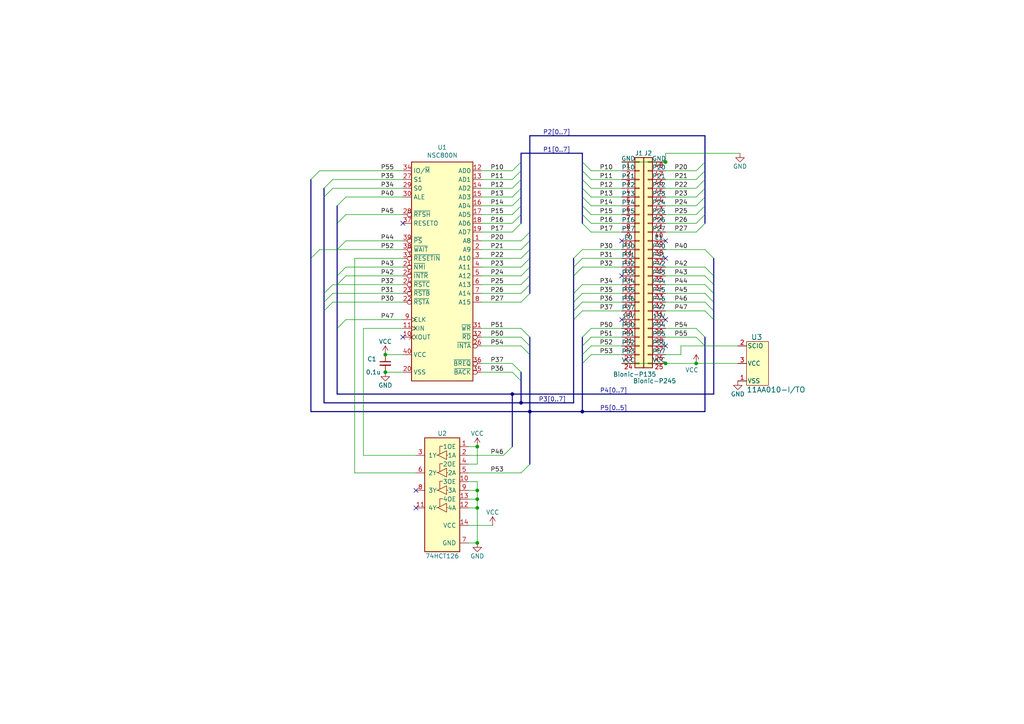
<source format=kicad_sch>
(kicad_sch (version 20230121) (generator eeschema)
  (paper "A4")
  (title_block (title "BionicNSC800") (date "2022-01-18") (rev "1") (company "Tadashi G. Takaoka"))
  (lib_symbols
    (symbol "0-LocalLibrary:11AA010-I_TO" (pin_names (offset 0.254))
      (property "Reference" "U" (at 2.54 1.27 0))
      (property "Value" "11AA010-I/TO" (at 3.81 -13.97 0))
      (symbol "11AA010-I_TO_1_1"
        (rectangle (start 0 0) (end 6.35 -12.7) (fill (type background)))
        (pin power_in line (at -2.54 -11.43 0) (length 2.54) (name "VSS") (number "1"))
        (pin bidirectional line (at -2.54 -1.27 0) (length 2.54) (name "SCIO") (number "2"))
        (pin power_in line (at -2.54 -6.35 0) (length 2.54) (name "VCC") (number "3"))
      )
    )
    (symbol "0-LocalLibrary:74HCT126" (pin_names (offset 1.016))
      (property "Reference" "U" (at 0 16.51 0))
      (property "Value" "74HCT126" (at 0 -19.05 0))
      (symbol "74HCT126_0_1"
        (polyline (pts (xy -1.2954 10.2108) (xy -1.6002 10.2108)))
        (polyline (pts (xy 1.2954 10.2362) (xy 1.651 10.2362)))
        (polyline (pts (xy 0.7112 10.5664) (xy 0.7112 12.827) (xy -0.127 12.827) (xy -0.1016 12.827)))
      )
      (symbol "74HCT126_1_0"
        (polyline (pts (xy 1.27 10.2362) (xy -1.27 11.5062) (xy -1.27 8.9662) (xy 1.27 10.2362)) (stroke (width 0.1524)))
        (pin input line (at -7.62 12.7 0) (length 2.54) (name "1OE") (number "1"))
        (pin input line (at -7.62 2.54 0) (length 2.54) (name "3OE") (number "10"))
        (pin tri_state line (at 7.62 -5.08 180) (length 2.54) (name "4Y") (number "11"))
        (pin input line (at -7.62 -5.08 0) (length 2.54) (name "4A") (number "12"))
        (pin input line (at -7.62 -2.54 0) (length 2.54) (name "4OE") (number "13"))
        (pin power_in line (at -7.62 -10.16 0) (length 2.54) (name "VCC") (number "14"))
        (pin input line (at -7.62 10.16 0) (length 2.54) (name "1A") (number "2"))
        (pin tri_state line (at 7.62 10.16 180) (length 2.54) (name "1Y") (number "3"))
        (pin input line (at -7.62 7.62 0) (length 2.54) (name "2OE") (number "4"))
        (pin input line (at -7.62 5.08 0) (length 2.54) (name "2A") (number "5"))
        (pin tri_state line (at 7.62 5.08 180) (length 2.54) (name "2Y") (number "6"))
        (pin power_in line (at -7.62 -15.24 0) (length 2.54) (name "GND") (number "7"))
        (pin tri_state line (at 7.62 0 180) (length 2.54) (name "3Y") (number "8"))
        (pin input line (at -7.62 0 0) (length 2.54) (name "3A") (number "9"))
      )
      (symbol "74HCT126_1_1"
        (rectangle (start -5.08 15.24) (end 5.08 -17.78) (stroke (width 0.254)) (fill (type background)))
        (polyline (pts (xy -1.2954 -5.0292) (xy -1.6002 -5.0292)))
        (polyline (pts (xy -1.2954 0.0508) (xy -1.6002 0.0508)))
        (polyline (pts (xy -1.2954 5.1308) (xy -1.6002 5.1308)))
        (polyline (pts (xy 1.2954 -5.0038) (xy 1.651 -5.0038)))
        (polyline (pts (xy 1.2954 0.0762) (xy 1.651 0.0762)))
        (polyline (pts (xy 1.2954 5.1562) (xy 1.651 5.1562)))
        (polyline (pts (xy 0.7112 -4.6736) (xy 0.7112 -2.413) (xy -0.127 -2.413) (xy -0.1016 -2.413)))
        (polyline (pts (xy 0.7112 0.4064) (xy 0.7112 2.667) (xy -0.127 2.667) (xy -0.1016 2.667)))
        (polyline (pts (xy 0.7112 5.4864) (xy 0.7112 7.747) (xy -0.127 7.747) (xy -0.1016 7.747)))
        (polyline (pts (xy 1.27 -5.0038) (xy -1.27 -3.7338) (xy -1.27 -6.2738) (xy 1.27 -5.0038)) (stroke (width 0.1524)))
        (polyline (pts (xy 1.27 0.0762) (xy -1.27 1.3462) (xy -1.27 -1.1938) (xy 1.27 0.0762)) (stroke (width 0.1524)))
        (polyline (pts (xy 1.27 5.1562) (xy -1.27 6.4262) (xy -1.27 3.8862) (xy 1.27 5.1562)) (stroke (width 0.1524)))
      )
    )
    (symbol "0-LocalLibrary:Bionic-P135" (pin_names (offset 0))
      (property "Reference" "J" (at 0 30.48 0))
      (property "Value" "Bionic-P135" (at -1.27 -33.02 0))
      (symbol "Bionic-P135_1_1"
        (rectangle (start -1.27 -30.353) (end 0 -30.607) (stroke (width 0.1524)))
        (rectangle (start -1.27 -27.813) (end 0 -28.067) (stroke (width 0.1524)))
        (rectangle (start -1.27 -25.273) (end 0 -25.527) (stroke (width 0.1524)))
        (rectangle (start -1.27 -22.733) (end 0 -22.987) (stroke (width 0.1524)))
        (rectangle (start -1.27 -20.193) (end 0 -20.447) (stroke (width 0.1524)))
        (rectangle (start -1.27 -17.653) (end 0 -17.907) (stroke (width 0.1524)))
        (rectangle (start -1.27 -15.113) (end 0 -15.367) (stroke (width 0.1524)))
        (rectangle (start -1.27 -12.573) (end 0 -12.827) (stroke (width 0.1524)))
        (rectangle (start -1.27 -10.033) (end 0 -10.287) (stroke (width 0.1524)))
        (rectangle (start -1.27 -7.493) (end 0 -7.747) (stroke (width 0.1524)))
        (rectangle (start -1.27 -4.953) (end 0 -5.207) (stroke (width 0.1524)))
        (rectangle (start -1.27 -2.413) (end 0 -2.667) (stroke (width 0.1524)))
        (rectangle (start -1.27 0.127) (end 0 -0.127) (stroke (width 0.1524)))
        (rectangle (start -1.27 2.667) (end 0 2.413) (stroke (width 0.1524)))
        (rectangle (start -1.27 5.207) (end 0 4.953) (stroke (width 0.1524)))
        (rectangle (start -1.27 7.747) (end 0 7.493) (stroke (width 0.1524)))
        (rectangle (start -1.27 10.287) (end 0 10.033) (stroke (width 0.1524)))
        (rectangle (start -1.27 12.827) (end 0 12.573) (stroke (width 0.1524)))
        (rectangle (start -1.27 15.367) (end 0 15.113) (stroke (width 0.1524)))
        (rectangle (start -1.27 17.907) (end 0 17.653) (stroke (width 0.1524)))
        (rectangle (start -1.27 20.447) (end 0 20.193) (stroke (width 0.1524)))
        (rectangle (start -1.27 22.987) (end 0 22.733) (stroke (width 0.1524)))
        (rectangle (start -1.27 25.527) (end 0 25.273) (stroke (width 0.1524)))
        (rectangle (start -1.27 28.067) (end 0 27.813) (stroke (width 0.1524)))
        (rectangle (start -1.27 29.21) (end 1.27 -31.75) (stroke (width 0.254)) (fill (type background)))
        (pin power_out line (at -5.08 27.94 0) (length 3.81) (name "GND") (number "1"))
        (pin bidirectional line (at -5.08 5.08 0) (length 3.81) (name "E0") (number "10"))
        (pin bidirectional line (at -5.08 2.54 0) (length 3.81) (name "P30") (number "11"))
        (pin bidirectional line (at -5.08 0 0) (length 3.81) (name "P31") (number "12"))
        (pin bidirectional line (at -5.08 -2.54 0) (length 3.81) (name "P32") (number "13"))
        (pin bidirectional line (at -5.08 -5.08 0) (length 3.81) (name "P33") (number "14"))
        (pin bidirectional line (at -5.08 -7.62 0) (length 3.81) (name "P34") (number "15"))
        (pin bidirectional line (at -5.08 -10.16 0) (length 3.81) (name "P35") (number "16"))
        (pin bidirectional line (at -5.08 -12.7 0) (length 3.81) (name "P36") (number "17"))
        (pin bidirectional line (at -5.08 -15.24 0) (length 3.81) (name "P37") (number "18"))
        (pin power_out line (at -5.08 -17.78 0) (length 3.81) (name "15V") (number "19"))
        (pin bidirectional line (at -5.08 25.4 0) (length 3.81) (name "P10") (number "2"))
        (pin bidirectional line (at -5.08 -20.32 0) (length 3.81) (name "P50") (number "20"))
        (pin bidirectional line (at -5.08 -22.86 0) (length 3.81) (name "P51") (number "21"))
        (pin bidirectional line (at -5.08 -25.4 0) (length 3.81) (name "P52") (number "22"))
        (pin bidirectional line (at -5.08 -27.94 0) (length 3.81) (name "P53") (number "23"))
        (pin power_out line (at -5.08 -30.48 0) (length 3.81) (name "VCC") (number "24"))
        (pin bidirectional line (at -5.08 22.86 0) (length 3.81) (name "P11") (number "3"))
        (pin bidirectional line (at -5.08 20.32 0) (length 3.81) (name "P12") (number "4"))
        (pin bidirectional line (at -5.08 17.78 0) (length 3.81) (name "P13") (number "5"))
        (pin bidirectional line (at -5.08 15.24 0) (length 3.81) (name "P14") (number "6"))
        (pin bidirectional line (at -5.08 12.7 0) (length 3.81) (name "P15") (number "7"))
        (pin bidirectional line (at -5.08 10.16 0) (length 3.81) (name "P16") (number "8"))
        (pin bidirectional line (at -5.08 7.62 0) (length 3.81) (name "P17") (number "9"))
      )
    )
    (symbol "0-LocalLibrary:Bionic-P245" (pin_names (offset 0))
      (property "Reference" "J" (at -3.81 30.48 0))
      (property "Value" "Bionic-P245" (at -1.27 -33.02 0))
      (symbol "Bionic-P245_1_1"
        (rectangle (start -5.08 -31.75) (end -2.54 29.21) (stroke (width 0.254)) (fill (type background)))
        (rectangle (start -3.81 -30.607) (end -2.54 -30.353) (stroke (width 0.1524)))
        (rectangle (start -3.81 -28.067) (end -2.54 -27.813) (stroke (width 0.1524)))
        (rectangle (start -3.81 -25.527) (end -2.54 -25.273) (stroke (width 0.1524)))
        (rectangle (start -3.81 -22.987) (end -2.54 -22.733) (stroke (width 0.1524)))
        (rectangle (start -3.81 -20.447) (end -2.54 -20.193) (stroke (width 0.1524)))
        (rectangle (start -3.81 -17.907) (end -2.54 -17.653) (stroke (width 0.1524)))
        (rectangle (start -3.81 -15.367) (end -2.54 -15.113) (stroke (width 0.1524)))
        (rectangle (start -3.81 -12.827) (end -2.54 -12.573) (stroke (width 0.1524)))
        (rectangle (start -3.81 -10.287) (end -2.54 -10.033) (stroke (width 0.1524)))
        (rectangle (start -3.81 -7.747) (end -2.54 -7.493) (stroke (width 0.1524)))
        (rectangle (start -3.81 -5.207) (end -2.54 -4.953) (stroke (width 0.1524)))
        (rectangle (start -3.81 -2.667) (end -2.54 -2.413) (stroke (width 0.1524)))
        (rectangle (start -3.81 -0.127) (end -2.54 0.127) (stroke (width 0.1524)))
        (rectangle (start -3.81 2.413) (end -2.54 2.667) (stroke (width 0.1524)))
        (rectangle (start -3.81 4.953) (end -2.54 5.207) (stroke (width 0.1524)))
        (rectangle (start -3.81 7.493) (end -2.54 7.747) (stroke (width 0.1524)))
        (rectangle (start -3.81 10.033) (end -2.54 10.287) (stroke (width 0.1524)))
        (rectangle (start -3.81 12.573) (end -2.54 12.827) (stroke (width 0.1524)))
        (rectangle (start -3.81 15.113) (end -2.54 15.367) (stroke (width 0.1524)))
        (rectangle (start -3.81 17.653) (end -2.54 17.907) (stroke (width 0.1524)))
        (rectangle (start -3.81 20.193) (end -2.54 20.447) (stroke (width 0.1524)))
        (rectangle (start -3.81 22.733) (end -2.54 22.987) (stroke (width 0.1524)))
        (rectangle (start -3.81 25.273) (end -2.54 25.527) (stroke (width 0.1524)))
        (rectangle (start -3.81 27.813) (end -2.54 28.067) (stroke (width 0.1524)))
        (pin power_in line (at 1.27 -30.48 180) (length 3.81) (name "VCC") (number "25"))
        (pin bidirectional line (at 1.27 -27.94 180) (length 3.81) (name "P57") (number "26"))
        (pin bidirectional line (at 1.27 -25.4 180) (length 3.81) (name "P56") (number "27"))
        (pin bidirectional line (at 1.27 -22.86 180) (length 3.81) (name "P55") (number "28"))
        (pin bidirectional line (at 1.27 -20.32 180) (length 3.81) (name "P54") (number "29"))
        (pin power_in line (at 1.27 -17.78 180) (length 3.81) (name "15V") (number "30"))
        (pin bidirectional line (at 1.27 -15.24 180) (length 3.81) (name "P47") (number "31"))
        (pin bidirectional line (at 1.27 -12.7 180) (length 3.81) (name "P46") (number "32"))
        (pin bidirectional line (at 1.27 -10.16 180) (length 3.81) (name "P45") (number "33"))
        (pin bidirectional line (at 1.27 -7.62 180) (length 3.81) (name "P44") (number "34"))
        (pin bidirectional line (at 1.27 -5.08 180) (length 3.81) (name "P43") (number "35"))
        (pin bidirectional line (at 1.27 -2.54 180) (length 3.81) (name "P42") (number "36"))
        (pin bidirectional line (at 1.27 0 180) (length 3.81) (name "P41") (number "37"))
        (pin bidirectional line (at 1.27 2.54 180) (length 3.81) (name "P40") (number "38"))
        (pin bidirectional line (at 1.27 5.08 180) (length 3.81) (name "E1") (number "39"))
        (pin bidirectional line (at 1.27 7.62 180) (length 3.81) (name "P27") (number "40"))
        (pin bidirectional line (at 1.27 10.16 180) (length 3.81) (name "P26") (number "41"))
        (pin bidirectional line (at 1.27 12.7 180) (length 3.81) (name "P25") (number "42"))
        (pin bidirectional line (at 1.27 15.24 180) (length 3.81) (name "P24") (number "43"))
        (pin bidirectional line (at 1.27 17.78 180) (length 3.81) (name "P23") (number "44"))
        (pin bidirectional line (at 1.27 20.32 180) (length 3.81) (name "P22") (number "45"))
        (pin bidirectional line (at 1.27 22.86 180) (length 3.81) (name "P21") (number "46"))
        (pin bidirectional line (at 1.27 25.4 180) (length 3.81) (name "P20") (number "47"))
        (pin power_in line (at 1.27 27.94 180) (length 3.81) (name "GND") (number "48"))
      )
    )
    (symbol "0-LocalLibrary:NSC800N"
      (property "Reference" "U" (at -1.27 31.75 0))
      (property "Value" "NSC800N" (at 0 -3.81 90))
      (symbol "NSC800N_0_1"
        (rectangle (start -8.89 -33.02) (end 8.89 30.48) (stroke (width 0.254)) (fill (type background)))
      )
      (symbol "NSC800N_1_1"
        (pin output line (at 11.43 7.62 180) (length 2.54) (name "A8") (number "1"))
        (pin input non_logic (at -11.43 -20.32 0) (length 2.54) (name "XOUT") (number "10"))
        (pin input clock (at -11.43 -17.78 0) (length 2.54) (name "XIN") (number "11"))
        (pin bidirectional line (at 11.43 27.94 180) (length 2.54) (name "AD0") (number "12"))
        (pin bidirectional line (at 11.43 25.4 180) (length 2.54) (name "AD1") (number "13"))
        (pin bidirectional line (at 11.43 22.86 180) (length 2.54) (name "AD2") (number "14"))
        (pin bidirectional line (at 11.43 20.32 180) (length 2.54) (name "AD3") (number "15"))
        (pin bidirectional line (at 11.43 17.78 180) (length 2.54) (name "AD4") (number "16"))
        (pin bidirectional line (at 11.43 15.24 180) (length 2.54) (name "AD5") (number "17"))
        (pin bidirectional line (at 11.43 12.7 180) (length 2.54) (name "AD6") (number "18"))
        (pin bidirectional line (at 11.43 10.16 180) (length 2.54) (name "AD7") (number "19"))
        (pin output line (at 11.43 5.08 180) (length 2.54) (name "A9") (number "2"))
        (pin power_in line (at -11.43 -30.48 0) (length 2.54) (name "VSS") (number "20"))
        (pin input inverted (at -11.43 0 0) (length 2.54) (name "~{NMI}") (number "21"))
        (pin input inverted (at -11.43 -10.16 0) (length 2.54) (name "~{RSTA}") (number "22"))
        (pin input inverted (at -11.43 -7.62 0) (length 2.54) (name "~{RSTB}") (number "23"))
        (pin input inverted (at -11.43 -5.08 0) (length 2.54) (name "~{RSTC}") (number "24"))
        (pin input inverted (at -11.43 -2.54 0) (length 2.54) (name "~{INTR}") (number "25"))
        (pin output inverted (at 11.43 -22.86 180) (length 2.54) (name "~{INTA}") (number "26"))
        (pin output line (at -11.43 25.4 0) (length 2.54) (name "S1") (number "27"))
        (pin output inverted (at -11.43 15.24 0) (length 2.54) (name "~{RFSH}") (number "28"))
        (pin output line (at -11.43 22.86 0) (length 2.54) (name "S0") (number "29"))
        (pin output line (at 11.43 2.54 180) (length 2.54) (name "A10") (number "3"))
        (pin output line (at -11.43 20.32 0) (length 2.54) (name "ALE") (number "30"))
        (pin output line (at 11.43 -17.78 180) (length 2.54) (name "~{WR}") (number "31"))
        (pin output inverted (at 11.43 -20.32 180) (length 2.54) (name "~{RD}") (number "32"))
        (pin input inverted (at -11.43 2.54 0) (length 2.54) (name "~{RESETIN}") (number "33"))
        (pin output line (at -11.43 27.94 0) (length 2.54) (name "IO/~{M}") (number "34"))
        (pin output inverted (at 11.43 -30.48 180) (length 2.54) (name "~{BACK}") (number "35"))
        (pin input inverted (at 11.43 -27.94 180) (length 2.54) (name "~{BREQ}") (number "36"))
        (pin output line (at -11.43 12.7 0) (length 2.54) (name "RESETO") (number "37"))
        (pin input inverted (at -11.43 5.08 0) (length 2.54) (name "~{WAIT}") (number "38"))
        (pin input inverted (at -11.43 7.62 0) (length 2.54) (name "~{PS}") (number "39"))
        (pin output line (at 11.43 0 180) (length 2.54) (name "A11") (number "4"))
        (pin power_in line (at -11.43 -25.4 0) (length 2.54) (name "VCC") (number "40"))
        (pin output line (at 11.43 -2.54 180) (length 2.54) (name "A12") (number "5"))
        (pin output line (at 11.43 -5.08 180) (length 2.54) (name "A13") (number "6"))
        (pin output line (at 11.43 -7.62 180) (length 2.54) (name "A14") (number "7"))
        (pin output line (at 11.43 -10.16 180) (length 2.54) (name "A15") (number "8"))
        (pin output clock (at -11.43 -15.24 0) (length 2.54) (name "CLK") (number "9"))
      )
    )
    (symbol "Device:C_Small" (pin_numbers hide) (pin_names (offset 0.254) hide)
      (property "Reference" "C" (at 0.254 1.778 0))
      (property "Value" "C_Small" (at 0.254 -2.032 0))
      (symbol "C_Small_0_1"
        (polyline (pts (xy -1.524 -0.508) (xy 1.524 -0.508)) (stroke (width 0.3302)))
        (polyline (pts (xy -1.524 0.508) (xy 1.524 0.508)) (stroke (width 0.3048)))
      )
      (symbol "C_Small_1_1"
        (pin passive line (at 0 2.54 270) (length 2.032) (name "~") (number "1"))
        (pin passive line (at 0 -2.54 90) (length 2.032) (name "~") (number "2"))
      )
    )
    (symbol "power:GND" (power) (pin_names (offset 0))
      (property "Value" "GND" (at 0 -3.81 0))
      (symbol "GND_0_1"
        (polyline (pts (xy 0 0) (xy 0 -1.27) (xy 1.27 -1.27) (xy 0 -2.54) (xy -1.27 -1.27) (xy 0 -1.27)))
      )
      (symbol "GND_1_1"
        (pin power_in line (at 0 0 270) (length 0) hide (name "GND") (number "1"))
      )
    )
    (symbol "power:VCC" (power) (pin_names (offset 0))
      (property "Value" "VCC" (at 0 3.81 0))
      (symbol "VCC_0_1"
        (polyline (pts (xy -0.762 1.27) (xy 0 2.54)))
        (polyline (pts (xy 0 0) (xy 0 2.54)))
        (polyline (pts (xy 0 2.54) (xy 0.762 1.27)))
      )
      (symbol "VCC_1_1"
        (pin power_in line (at 0 0 90) (length 0) hide (name "VCC") (number "1"))
      )
    )
  )
  (junction (at 138.43 144.78))
  (junction (at 111.76 102.87))
  (junction (at 193.04 46.99))
  (junction (at 138.43 129.54))
  (junction (at 193.04 105.41))
  (junction (at 138.43 147.32))
  (junction (at 148.59 114.3))
  (junction (at 153.67 119.38))
  (junction (at 111.76 107.95))
  (junction (at 201.93 105.41))
  (junction (at 168.91 119.38))
  (junction (at 138.43 142.24))
  (junction (at 138.43 157.48))
  (junction (at 151.13 116.84))
  (no_connect (at 180.34 80.01))
  (no_connect (at 116.84 97.79))
  (no_connect (at 193.04 74.93))
  (no_connect (at 193.04 100.33))
  (no_connect (at 180.34 92.71))
  (no_connect (at 116.84 64.77))
  (no_connect (at 120.65 142.24))
  (no_connect (at 120.65 147.32))
  (no_connect (at 193.04 92.71))
  (no_connect (at 180.34 69.85))
  (no_connect (at 193.04 69.85))
  (bus_entry (at 204.47 85.09) (size 2.54 2.54))
  (bus_entry (at 148.59 54.61) (size 2.54 -2.54))
  (bus_entry (at 171.45 49.53) (size -2.54 -2.54))
  (bus_entry (at 97.79 80.01) (size 2.54 -2.54))
  (bus_entry (at 148.59 59.69) (size 2.54 -2.54))
  (bus_entry (at 204.47 57.15) (size -2.54 2.54))
  (bus_entry (at 151.13 97.79) (size 2.54 2.54))
  (bus_entry (at 168.91 82.55) (size -2.54 2.54))
  (bus_entry (at 168.91 90.17) (size -2.54 2.54))
  (bus_entry (at 204.47 90.17) (size 2.54 2.54))
  (bus_entry (at 204.47 87.63) (size 2.54 2.54))
  (bus_entry (at 93.98 85.09) (size 2.54 -2.54))
  (bus_entry (at 153.67 74.93) (size -2.54 2.54))
  (bus_entry (at 148.59 64.77) (size 2.54 -2.54))
  (bus_entry (at 171.45 97.79) (size -2.54 2.54))
  (bus_entry (at 93.98 87.63) (size 2.54 -2.54))
  (bus_entry (at 148.59 67.31) (size 2.54 -2.54))
  (bus_entry (at 153.67 134.62) (size -2.54 2.54))
  (bus_entry (at 90.17 52.07) (size 2.54 -2.54))
  (bus_entry (at 168.91 74.93) (size -2.54 2.54))
  (bus_entry (at 153.67 77.47) (size -2.54 2.54))
  (bus_entry (at 171.45 52.07) (size -2.54 -2.54))
  (bus_entry (at 153.67 80.01) (size -2.54 2.54))
  (bus_entry (at 171.45 57.15) (size -2.54 -2.54))
  (bus_entry (at 204.47 77.47) (size 2.54 2.54))
  (bus_entry (at 148.59 57.15) (size 2.54 -2.54))
  (bus_entry (at 168.91 77.47) (size -2.54 2.54))
  (bus_entry (at 204.47 46.99) (size -2.54 2.54))
  (bus_entry (at 97.79 59.69) (size 2.54 -2.54))
  (bus_entry (at 171.45 54.61) (size -2.54 -2.54))
  (bus_entry (at 148.59 49.53) (size 2.54 -2.54))
  (bus_entry (at 148.59 62.23) (size 2.54 -2.54))
  (bus_entry (at 204.47 59.69) (size -2.54 2.54))
  (bus_entry (at 97.79 72.39) (size 2.54 -2.54))
  (bus_entry (at 97.79 95.25) (size 2.54 -2.54))
  (bus_entry (at 153.67 67.31) (size -2.54 2.54))
  (bus_entry (at 204.47 72.39) (size 2.54 2.54))
  (bus_entry (at 168.91 85.09) (size -2.54 2.54))
  (bus_entry (at 171.45 102.87) (size -2.54 2.54))
  (bus_entry (at 201.93 97.79) (size 2.54 2.54))
  (bus_entry (at 204.47 49.53) (size -2.54 2.54))
  (bus_entry (at 171.45 95.25) (size -2.54 2.54))
  (bus_entry (at 93.98 54.61) (size 2.54 -2.54))
  (bus_entry (at 204.47 64.77) (size -2.54 2.54))
  (bus_entry (at 97.79 64.77) (size 2.54 -2.54))
  (bus_entry (at 148.59 129.54) (size -2.54 2.54))
  (bus_entry (at 171.45 67.31) (size -2.54 -2.54))
  (bus_entry (at 168.91 102.87) (size 2.54 -2.54))
  (bus_entry (at 90.17 74.93) (size 2.54 -2.54))
  (bus_entry (at 153.67 72.39) (size -2.54 2.54))
  (bus_entry (at 171.45 64.77) (size -2.54 -2.54))
  (bus_entry (at 168.91 87.63) (size -2.54 2.54))
  (bus_entry (at 204.47 52.07) (size -2.54 2.54))
  (bus_entry (at 148.59 105.41) (size 2.54 2.54))
  (bus_entry (at 151.13 100.33) (size 2.54 2.54))
  (bus_entry (at 204.47 80.01) (size 2.54 2.54))
  (bus_entry (at 153.67 82.55) (size -2.54 2.54))
  (bus_entry (at 148.59 107.95) (size 2.54 2.54))
  (bus_entry (at 204.47 82.55) (size 2.54 2.54))
  (bus_entry (at 171.45 59.69) (size -2.54 -2.54))
  (bus_entry (at 171.45 62.23) (size -2.54 -2.54))
  (bus_entry (at 151.13 95.25) (size 2.54 2.54))
  (bus_entry (at 97.79 82.55) (size 2.54 -2.54))
  (bus_entry (at 204.47 62.23) (size -2.54 2.54))
  (bus_entry (at 93.98 90.17) (size 2.54 -2.54))
  (bus_entry (at 93.98 57.15) (size 2.54 -2.54))
  (bus_entry (at 168.91 72.39) (size -2.54 2.54))
  (bus_entry (at 201.93 95.25) (size 2.54 2.54))
  (bus_entry (at 153.67 85.09) (size -2.54 2.54))
  (bus_entry (at 153.67 69.85) (size -2.54 2.54))
  (bus_entry (at 148.59 52.07) (size 2.54 -2.54))
  (bus_entry (at 204.47 54.61) (size -2.54 2.54))
  (wire (pts (xy 138.43 142.24) (xy 138.43 144.78)))
  (bus (pts (xy 153.67 100.33) (xy 153.67 102.87)))
  (wire (pts (xy 96.52 52.07) (xy 116.84 52.07)))
  (wire (pts (xy 201.93 105.41) (xy 213.995 105.41)))
  (wire (pts (xy 139.7 100.33) (xy 151.13 100.33)))
  (wire (pts (xy 193.04 95.25) (xy 201.93 95.25)))
  (wire (pts (xy 139.7 82.55) (xy 151.13 82.55)))
  (wire (pts (xy 180.34 62.23) (xy 171.45 62.23)))
  (wire (pts (xy 138.43 147.32) (xy 138.43 157.48)))
  (wire (pts (xy 139.7 69.85) (xy 151.13 69.85)))
  (bus (pts (xy 151.13 54.61) (xy 151.13 57.15)))
  (bus (pts (xy 168.91 57.15) (xy 168.91 59.69)))
  (bus (pts (xy 153.67 67.31) (xy 153.67 39.37)))
  (wire (pts (xy 180.34 72.39) (xy 168.91 72.39)))
  (wire (pts (xy 102.87 74.93) (xy 116.84 74.93)))
  (wire (pts (xy 180.34 64.77) (xy 171.45 64.77)))
  (wire (pts (xy 193.04 72.39) (xy 204.47 72.39)))
  (wire (pts (xy 193.04 67.31) (xy 201.93 67.31)))
  (bus (pts (xy 151.13 57.15) (xy 151.13 59.69)))
  (wire (pts (xy 139.7 62.23) (xy 148.59 62.23)))
  (bus (pts (xy 168.91 52.07) (xy 168.91 54.61)))
  (wire (pts (xy 135.89 134.62) (xy 138.43 134.62)))
  (wire (pts (xy 193.04 85.09) (xy 204.47 85.09)))
  (wire (pts (xy 180.34 77.47) (xy 168.91 77.47)))
  (wire (pts (xy 135.89 142.24) (xy 138.43 142.24)))
  (bus (pts (xy 166.37 90.17) (xy 166.37 92.71)))
  (bus (pts (xy 166.37 87.63) (xy 166.37 90.17)))
  (bus (pts (xy 97.79 95.25) (xy 97.79 114.3)))
  (wire (pts (xy 139.7 64.77) (xy 148.59 64.77)))
  (bus (pts (xy 168.91 102.87) (xy 168.91 105.41)))
  (bus (pts (xy 168.91 105.41) (xy 168.91 119.38)))
  (wire (pts (xy 204.47 100.33) (xy 213.995 100.33)))
  (wire (pts (xy 116.84 80.01) (xy 100.33 80.01)))
  (wire (pts (xy 180.34 102.87) (xy 171.45 102.87)))
  (wire (pts (xy 135.89 139.7) (xy 138.43 139.7)))
  (bus (pts (xy 93.98 54.61) (xy 93.98 57.15)))
  (wire (pts (xy 139.7 59.69) (xy 148.59 59.69)))
  (wire (pts (xy 100.33 62.23) (xy 116.84 62.23)))
  (bus (pts (xy 168.91 59.69) (xy 168.91 62.23)))
  (bus (pts (xy 168.91 119.38) (xy 153.67 119.38)))
  (bus (pts (xy 93.98 57.15) (xy 93.98 85.09)))
  (bus (pts (xy 168.91 97.79) (xy 168.91 100.33)))
  (wire (pts (xy 139.7 87.63) (xy 151.13 87.63)))
  (wire (pts (xy 193.04 49.53) (xy 201.93 49.53)))
  (bus (pts (xy 151.13 49.53) (xy 151.13 52.07)))
  (wire (pts (xy 105.41 95.25) (xy 116.84 95.25)))
  (wire (pts (xy 193.04 90.17) (xy 204.47 90.17)))
  (wire (pts (xy 92.71 49.53) (xy 116.84 49.53)))
  (wire (pts (xy 138.43 129.54) (xy 138.43 134.62)))
  (wire (pts (xy 139.7 72.39) (xy 151.13 72.39)))
  (wire (pts (xy 139.7 77.47) (xy 151.13 77.47)))
  (wire (pts (xy 135.89 147.32) (xy 138.43 147.32)))
  (wire (pts (xy 116.84 57.15) (xy 100.33 57.15)))
  (bus (pts (xy 204.47 62.23) (xy 204.47 64.77)))
  (wire (pts (xy 139.7 74.93) (xy 151.13 74.93)))
  (wire (pts (xy 139.7 85.09) (xy 151.13 85.09)))
  (bus (pts (xy 97.79 80.01) (xy 97.79 82.55)))
  (bus (pts (xy 204.47 119.38) (xy 168.91 119.38)))
  (wire (pts (xy 105.41 132.08) (xy 105.41 95.25)))
  (wire (pts (xy 193.04 57.15) (xy 201.93 57.15)))
  (bus (pts (xy 93.98 90.17) (xy 93.98 116.84)))
  (wire (pts (xy 193.04 64.77) (xy 201.93 64.77)))
  (wire (pts (xy 193.04 97.79) (xy 201.93 97.79)))
  (wire (pts (xy 111.76 102.87) (xy 116.84 102.87)))
  (wire (pts (xy 139.7 107.95) (xy 148.59 107.95)))
  (bus (pts (xy 166.37 74.93) (xy 166.37 77.47)))
  (bus (pts (xy 153.67 80.01) (xy 153.67 82.55)))
  (bus (pts (xy 207.01 87.63) (xy 207.01 90.17)))
  (wire (pts (xy 135.89 137.16) (xy 151.13 137.16)))
  (bus (pts (xy 90.17 74.93) (xy 90.17 119.38)))
  (bus (pts (xy 151.13 46.99) (xy 151.13 49.53)))
  (wire (pts (xy 193.04 87.63) (xy 204.47 87.63)))
  (wire (pts (xy 96.52 54.61) (xy 116.84 54.61)))
  (wire (pts (xy 180.34 49.53) (xy 171.45 49.53)))
  (bus (pts (xy 151.13 107.95) (xy 151.13 110.49)))
  (bus (pts (xy 166.37 80.01) (xy 166.37 85.09)))
  (bus (pts (xy 151.13 116.84) (xy 166.37 116.84)))
  (wire (pts (xy 180.34 105.41) (xy 193.04 105.41)))
  (wire (pts (xy 135.89 157.48) (xy 138.43 157.48)))
  (wire (pts (xy 180.34 95.25) (xy 171.45 95.25)))
  (bus (pts (xy 168.91 46.99) (xy 168.91 49.53)))
  (wire (pts (xy 193.04 52.07) (xy 201.93 52.07)))
  (wire (pts (xy 193.04 62.23) (xy 201.93 62.23)))
  (bus (pts (xy 97.79 72.39) (xy 97.79 80.01)))
  (bus (pts (xy 153.67 82.55) (xy 153.67 85.09)))
  (wire (pts (xy 92.71 72.39) (xy 97.79 72.39)))
  (bus (pts (xy 166.37 85.09) (xy 166.37 87.63)))
  (bus (pts (xy 207.01 74.93) (xy 207.01 80.01)))
  (wire (pts (xy 139.7 54.61) (xy 148.59 54.61)))
  (wire (pts (xy 139.7 95.25) (xy 151.13 95.25)))
  (wire (pts (xy 193.04 77.47) (xy 204.47 77.47)))
  (wire (pts (xy 97.79 72.39) (xy 116.84 72.39)))
  (bus (pts (xy 153.67 119.38) (xy 90.17 119.38)))
  (wire (pts (xy 96.52 85.09) (xy 116.84 85.09)))
  (bus (pts (xy 168.91 100.33) (xy 168.91 102.87)))
  (bus (pts (xy 153.67 77.47) (xy 153.67 80.01)))
  (bus (pts (xy 204.47 57.15) (xy 204.47 59.69)))
  (bus (pts (xy 204.47 100.33) (xy 204.47 119.38)))
  (wire (pts (xy 139.7 49.53) (xy 148.59 49.53)))
  (wire (pts (xy 180.34 46.99) (xy 193.04 46.99)))
  (wire (pts (xy 193.04 44.45) (xy 193.04 46.99)))
  (wire (pts (xy 168.91 82.55) (xy 180.34 82.55)))
  (bus (pts (xy 168.91 49.53) (xy 168.91 52.07)))
  (bus (pts (xy 204.47 52.07) (xy 204.47 54.61)))
  (wire (pts (xy 102.87 137.16) (xy 120.65 137.16)))
  (bus (pts (xy 168.91 62.23) (xy 168.91 64.77)))
  (wire (pts (xy 193.04 44.45) (xy 214.63 44.45)))
  (bus (pts (xy 204.47 97.79) (xy 204.47 100.33)))
  (bus (pts (xy 90.17 52.07) (xy 90.17 74.93)))
  (wire (pts (xy 193.04 105.41) (xy 201.93 105.41)))
  (bus (pts (xy 153.67 97.79) (xy 153.67 100.33)))
  (wire (pts (xy 139.7 97.79) (xy 151.13 97.79)))
  (wire (pts (xy 105.41 132.08) (xy 120.65 132.08)))
  (bus (pts (xy 97.79 64.77) (xy 97.79 72.39)))
  (bus (pts (xy 153.67 39.37) (xy 204.47 39.37)))
  (bus (pts (xy 204.47 54.61) (xy 204.47 57.15)))
  (bus (pts (xy 153.67 74.93) (xy 153.67 77.47)))
  (wire (pts (xy 180.34 57.15) (xy 171.45 57.15)))
  (bus (pts (xy 151.13 46.99) (xy 151.13 44.45)))
  (bus (pts (xy 166.37 77.47) (xy 166.37 80.01)))
  (wire (pts (xy 135.89 144.78) (xy 138.43 144.78)))
  (bus (pts (xy 168.91 44.45) (xy 168.91 46.99)))
  (wire (pts (xy 100.33 92.71) (xy 116.84 92.71)))
  (wire (pts (xy 116.84 77.47) (xy 100.33 77.47)))
  (bus (pts (xy 151.13 59.69) (xy 151.13 62.23)))
  (wire (pts (xy 135.89 152.4) (xy 142.875 152.4)))
  (wire (pts (xy 96.52 82.55) (xy 97.79 82.55)))
  (bus (pts (xy 207.01 82.55) (xy 207.01 85.09)))
  (bus (pts (xy 207.01 80.01) (xy 207.01 82.55)))
  (bus (pts (xy 151.13 110.49) (xy 151.13 116.84)))
  (wire (pts (xy 138.43 144.78) (xy 138.43 147.32)))
  (bus (pts (xy 151.13 62.23) (xy 151.13 64.77)))
  (wire (pts (xy 197.485 102.87) (xy 197.485 100.33)))
  (wire (pts (xy 148.59 105.41) (xy 139.7 105.41)))
  (wire (pts (xy 97.79 82.55) (xy 116.84 82.55)))
  (bus (pts (xy 148.59 114.3) (xy 207.01 114.3)))
  (wire (pts (xy 139.7 67.31) (xy 148.59 67.31)))
  (bus (pts (xy 151.13 52.07) (xy 151.13 54.61)))
  (bus (pts (xy 166.37 116.84) (xy 166.37 92.71)))
  (bus (pts (xy 207.01 90.17) (xy 207.01 92.71)))
  (wire (pts (xy 180.34 59.69) (xy 171.45 59.69)))
  (bus (pts (xy 97.79 114.3) (xy 148.59 114.3)))
  (wire (pts (xy 102.87 137.16) (xy 102.87 74.93)))
  (wire (pts (xy 180.34 97.79) (xy 171.45 97.79)))
  (wire (pts (xy 135.89 129.54) (xy 138.43 129.54)))
  (bus (pts (xy 153.67 119.38) (xy 153.67 134.62)))
  (bus (pts (xy 93.98 87.63) (xy 93.98 90.17)))
  (wire (pts (xy 139.7 80.01) (xy 151.13 80.01)))
  (wire (pts (xy 111.76 107.95) (xy 116.84 107.95)))
  (bus (pts (xy 153.67 69.85) (xy 153.67 72.39)))
  (wire (pts (xy 180.34 52.07) (xy 171.45 52.07)))
  (wire (pts (xy 193.04 54.61) (xy 201.93 54.61)))
  (wire (pts (xy 180.34 54.61) (xy 171.45 54.61)))
  (bus (pts (xy 204.47 39.37) (xy 204.47 46.99)))
  (bus (pts (xy 153.67 67.31) (xy 153.67 69.85)))
  (bus (pts (xy 153.67 102.87) (xy 153.67 119.38)))
  (wire (pts (xy 139.7 57.15) (xy 148.59 57.15)))
  (bus (pts (xy 168.91 54.61) (xy 168.91 57.15)))
  (bus (pts (xy 151.13 44.45) (xy 168.91 44.45)))
  (wire (pts (xy 180.34 90.17) (xy 168.91 90.17)))
  (bus (pts (xy 204.47 49.53) (xy 204.47 52.07)))
  (wire (pts (xy 139.7 52.07) (xy 148.59 52.07)))
  (bus (pts (xy 148.59 114.3) (xy 148.59 129.54)))
  (wire (pts (xy 197.485 100.33) (xy 204.47 100.33)))
  (wire (pts (xy 168.91 85.09) (xy 180.34 85.09)))
  (bus (pts (xy 207.01 114.3) (xy 207.01 92.71)))
  (wire (pts (xy 180.34 100.33) (xy 171.45 100.33)))
  (wire (pts (xy 100.33 69.85) (xy 116.84 69.85)))
  (bus (pts (xy 97.79 59.69) (xy 97.79 64.77)))
  (wire (pts (xy 193.04 102.87) (xy 197.485 102.87)))
  (bus (pts (xy 93.98 85.09) (xy 93.98 87.63)))
  (wire (pts (xy 168.91 87.63) (xy 180.34 87.63)))
  (bus (pts (xy 204.47 46.99) (xy 204.47 49.53)))
  (bus (pts (xy 153.67 72.39) (xy 153.67 74.93)))
  (bus (pts (xy 97.79 82.55) (xy 97.79 95.25)))
  (wire (pts (xy 180.34 74.93) (xy 168.91 74.93)))
  (wire (pts (xy 193.04 82.55) (xy 204.47 82.55)))
  (bus (pts (xy 204.47 59.69) (xy 204.47 62.23)))
  (bus (pts (xy 93.98 116.84) (xy 151.13 116.84)))
  (wire (pts (xy 193.04 59.69) (xy 201.93 59.69)))
  (wire (pts (xy 96.52 87.63) (xy 116.84 87.63)))
  (wire (pts (xy 138.43 139.7) (xy 138.43 142.24)))
  (wire (pts (xy 135.89 132.08) (xy 146.05 132.08)))
  (bus (pts (xy 207.01 85.09) (xy 207.01 87.63)))
  (wire (pts (xy 193.04 80.01) (xy 204.47 80.01)))
  (wire (pts (xy 180.34 67.31) (xy 171.45 67.31)))
  (label "P46" (at 195.58 87.63 0))
  (label "P20" (at 195.58 49.53 0))
  (label "P35" (at 177.8 85.09 180))
  (label "P10" (at 177.8 49.53 180))
  (label "P50" (at 142.24 97.79 0))
  (label "P13" (at 142.24 57.15 0))
  (label "P21" (at 195.58 52.07 0))
  (label "P2[0..7]" (at 157.48 39.37 0))
  (label "P10" (at 142.24 49.53 0))
  (label "P14" (at 177.8 59.69 180))
  (label "P24" (at 142.24 80.01 0))
  (label "P17" (at 177.8 67.31 180))
  (label "P42" (at 195.58 77.47 0))
  (label "P25" (at 195.58 62.23 0))
  (label "P53" (at 142.24 137.16 0))
  (label "P5[0..5]" (at 173.99 119.38 0))
  (label "P32" (at 114.3 82.55 180))
  (label "P36" (at 177.8 87.63 180))
  (label "P12" (at 177.8 54.61 180))
  (label "P51" (at 142.24 95.25 0))
  (label "P26" (at 195.58 64.77 0))
  (label "P43" (at 114.3 77.47 180))
  (label "P34" (at 177.8 82.55 180))
  (label "P45" (at 114.3 62.23 180))
  (label "P15" (at 177.8 62.23 180))
  (label "P25" (at 142.24 82.55 0))
  (label "P52" (at 177.8 100.33 180))
  (label "P40" (at 195.58 72.39 0))
  (label "P52" (at 114.3 72.39 180))
  (label "P44" (at 114.3 69.85 180))
  (label "P30" (at 114.3 87.63 180))
  (label "P21" (at 142.24 72.39 0))
  (label "P26" (at 142.24 85.09 0))
  (label "P31" (at 114.3 85.09 180))
  (label "P30" (at 177.8 72.39 180))
  (label "P12" (at 142.24 54.61 0))
  (label "P45" (at 195.58 85.09 0))
  (label "P54" (at 142.24 100.33 0))
  (label "P40" (at 114.3 57.15 180))
  (label "P50" (at 177.8 95.25 180))
  (label "P53" (at 177.8 102.87 180))
  (label "P32" (at 177.8 77.47 180))
  (label "P16" (at 177.8 64.77 180))
  (label "P34" (at 114.3 54.61 180))
  (label "P27" (at 142.24 87.63 0))
  (label "P54" (at 195.58 95.25 0))
  (label "P1[0..7]" (at 157.48 44.45 0))
  (label "P23" (at 142.24 77.47 0))
  (label "P23" (at 195.58 57.15 0))
  (label "P14" (at 142.24 59.69 0))
  (label "P22" (at 142.24 74.93 0))
  (label "P24" (at 195.58 59.69 0))
  (label "P15" (at 142.24 62.23 0))
  (label "P3[0..7]" (at 156.21 116.84 0))
  (label "P42" (at 114.3 80.01 180))
  (label "P20" (at 142.24 69.85 0))
  (label "P47" (at 114.3 92.71 180))
  (label "P11" (at 142.24 52.07 0))
  (label "P31" (at 177.8 74.93 180))
  (label "P11" (at 177.8 52.07 180))
  (label "P13" (at 177.8 57.15 180))
  (label "P44" (at 195.58 82.55 0))
  (label "P27" (at 195.58 67.31 0))
  (label "P55" (at 114.3 49.53 180))
  (label "P46" (at 142.24 132.08 0))
  (label "P37" (at 177.8 90.17 180))
  (label "P37" (at 142.24 105.41 0))
  (label "P16" (at 142.24 64.77 0))
  (label "P43" (at 195.58 80.01 0))
  (label "P22" (at 195.58 54.61 0))
  (label "P51" (at 177.8 97.79 180))
  (label "P4[0..7]" (at 173.99 114.3 0))
  (label "P35" (at 114.3 52.07 180))
  (label "P47" (at 195.58 90.17 0))
  (label "P17" (at 142.24 67.31 0))
  (label "P36" (at 142.24 107.95 0))
  (label "P55" (at 195.58 97.79 0))
  (symbol (lib_id "Device:C_Small") (at 111.76 105.41 0) (mirror y) (unit 1)
    (property "Reference" "C1" (at 109.22 104.14 0) (effects (justify left)))
    (property "Value" "0.1u" (at 110.49 107.95 0) (effects (justify left)))
    (property "Footprint" "Capacitor_THT:C_Disc_D3.4mm_W2.1mm_P2.50mm" (effects hide))
  )
  (symbol (lib_id "0-LocalLibrary:74HCT126") (at 128.27 142.24 0) (mirror y) (unit 1)
    (property "Reference" "U2" (at 128.27 125.73 0))
    (property "Value" "74HCT126" (at 128.27 161.29 0))
    (property "Footprint" "Package_DIP:DIP-14_W7.62mm" (effects hide))
    (property "Datasheet" "https://www.ti.com/lit/ds/symlink/cd74hct126.pdf" (effects hide))
  )
  (symbol (lib_id "0-LocalLibrary:NSC800N") (at 128.27 77.47 0) (unit 1)
    (property "Reference" "U1" (at 128.27 42.7482 0))
    (property "Value" "NSC800N" (at 128.27 45.0596 0))
    (property "Footprint" "Package_DIP:DIP-40_W15.24mm" (effects hide))
    (property "Datasheet" "https://pdf1.alldatasheet.com/datasheet-pdf/view/9302/NSC/NSC800N.html" (effects hide))
  )
  (symbol (lib_id "power:GND") (at 213.995 110.49 0) (unit 1)
    (property "Reference" "#PWR08" (effects hide))
    (property "Value" "GND" (at 213.995 114.3 0))
  )
  (symbol (lib_id "power:VCC") (at 111.76 102.87 0) (unit 1)
    (property "Reference" "#PWR05" (effects hide))
    (property "Value" "VCC" (at 111.76 99.06 0))
  )
  (symbol (lib_id "power:GND") (at 214.63 44.45 0) (unit 1)
    (property "Reference" "#PWR01" (effects hide))
    (property "Value" "GND" (at 214.63 48.26 0))
  )
  (symbol (lib_id "power:VCC") (at 201.93 105.41 0) (unit 1)
    (property "Reference" "#PWR06" (effects hide))
    (property "Value" "VCC" (at 200.66 107.315 0))
  )
  (symbol (lib_id "0-LocalLibrary:11AA010-I_TO") (at 216.535 99.06 0) (unit 1)
    (property "Reference" "U3" (at 217.805 97.79 0) (effects (font (size 1.524 1.524)) (justify left)))
    (property "Value" "11AA010-I/TO" (at 216.535 113.03 0) (effects (font (size 1.524 1.524)) (justify left)))
    (property "Footprint" "TO-92_MC_MCH" (effects hide))
    (property "Datasheet" "11AA010-I/TO" (effects hide))
  )
  (symbol (lib_id "power:GND") (at 111.76 107.95 0) (unit 1)
    (property "Reference" "#PWR03" (effects hide))
    (property "Value" "GND" (at 111.76 111.76 0))
  )
  (symbol (lib_id "power:GND") (at 138.43 157.48 0) (unit 1)
    (property "Reference" "#PWR02" (effects hide))
    (property "Value" "GND" (at 138.43 161.29 0))
  )
  (symbol (lib_id "power:VCC") (at 142.875 152.4 0) (unit 1)
    (property "Reference" "#PWR07" (effects hide))
    (property "Value" "VCC" (at 142.875 148.59 0))
  )
  (symbol (lib_id "0-LocalLibrary:Bionic-P135") (at 185.42 74.93 0) (unit 1)
    (property "Reference" "J1" (at 184.15 44.45 0) (effects (justify left)))
    (property "Value" "Bionic-P135" (at 177.8 108.585 0) (effects (justify left)))
    (property "Footprint" "connector:Bionic-P135_Vertical" (effects hide))
  )
  (symbol (lib_id "0-LocalLibrary:Bionic-P245") (at 191.77 74.93 0) (unit 1)
    (property "Reference" "J2" (at 187.96 44.45 0))
    (property "Value" "Bionic-P245" (at 189.865 110.49 0))
    (property "Footprint" "connector:Bionic-P245_Vertical" (effects hide))
  )
  (symbol (lib_id "power:VCC") (at 138.43 129.54 0) (unit 1)
    (property "Reference" "#PWR04" (effects hide))
    (property "Value" "VCC" (at 138.43 125.73 0))
  )
)
</source>
